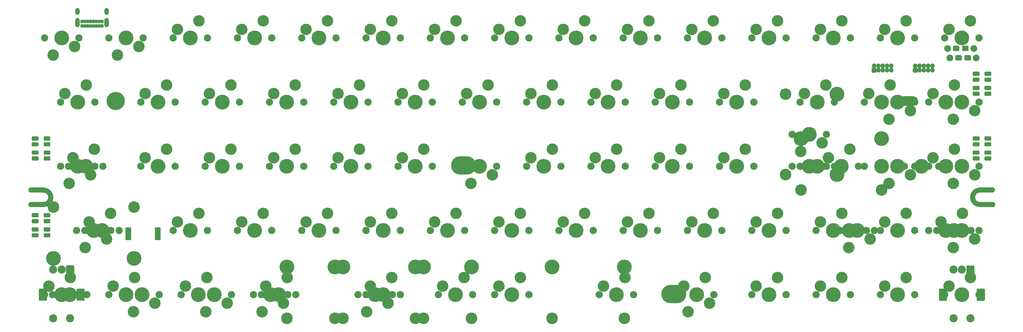
<source format=gbr>
G04 #@! TF.GenerationSoftware,KiCad,Pcbnew,(5.1.9-0-10_14)*
G04 #@! TF.CreationDate,2021-01-10T18:11:49+09:00*
G04 #@! TF.ProjectId,Jones,4a6f6e65-732e-46b6-9963-61645f706362,v.0.3.2*
G04 #@! TF.SameCoordinates,Original*
G04 #@! TF.FileFunction,Soldermask,Top*
G04 #@! TF.FilePolarity,Negative*
%FSLAX46Y46*%
G04 Gerber Fmt 4.6, Leading zero omitted, Abs format (unit mm)*
G04 Created by KiCad (PCBNEW (5.1.9-0-10_14)) date 2021-01-10 18:11:49*
%MOMM*%
%LPD*%
G01*
G04 APERTURE LIST*
%ADD10C,1.500000*%
%ADD11O,5.600000X2.800000*%
%ADD12C,1.400000*%
%ADD13O,7.400240X5.400000*%
%ADD14C,5.400000*%
%ADD15C,3.400000*%
%ADD16C,4.387800*%
%ADD17C,2.150000*%
%ADD18C,2.400000*%
%ADD19C,1.100000*%
%ADD20O,1.300000X2.800000*%
%ADD21O,1.300000X2.100000*%
%ADD22C,3.448000*%
%ADD23O,1.400000X1.400000*%
%ADD24C,2.000000*%
G04 APERTURE END LIST*
D10*
X28550000Y-79050000D02*
G75*
G03*
X26400000Y-76900000I-2150000J0D01*
G01*
X28550000Y-79050000D02*
G75*
G02*
X26400000Y-81200000I-2150000J0D01*
G01*
X301650000Y-79050000D02*
G75*
G02*
X303800000Y-76900000I2150000J0D01*
G01*
X301650000Y-79050000D02*
G75*
G03*
X303800000Y-81200000I2150000J0D01*
G01*
X22600000Y-76900000D02*
X26400000Y-76900000D01*
X22650000Y-81200000D02*
X26450000Y-81200000D01*
X307600000Y-81200000D02*
X303800000Y-81200000D01*
X307550000Y-76900000D02*
X303750000Y-76900000D01*
D11*
X282650000Y-50450000D03*
D12*
X24357965Y-81250000D03*
X24350000Y-76900000D03*
X27950000Y-77550000D03*
X26400000Y-81250000D03*
X26400000Y-76900000D03*
X28550000Y-79050000D03*
X152000000Y-71450000D03*
X149600000Y-71450000D03*
X150800000Y-71450000D03*
X149600000Y-67700000D03*
X152000000Y-67700000D03*
X150800000Y-67700000D03*
X214300000Y-109600000D03*
X211900000Y-109600000D03*
X211950000Y-105900000D03*
X214350000Y-105900000D03*
X213100000Y-109600000D03*
X213150000Y-105900000D03*
X49050000Y-51800000D03*
X46450000Y-51750000D03*
X49050000Y-49100000D03*
X46450000Y-49100000D03*
X47800000Y-52350000D03*
X49700000Y-50450000D03*
X45900000Y-50450000D03*
X47800000Y-48550000D03*
D13*
X213100000Y-107750000D03*
X150800000Y-69550000D03*
D14*
X47800000Y-50450000D03*
D12*
X27950000Y-80550000D03*
X302250000Y-77550000D03*
X301650000Y-79050000D03*
X303800000Y-81200000D03*
X303800000Y-76850000D03*
X302250000Y-80550000D03*
X305850000Y-81200000D03*
X305842035Y-76850000D03*
D15*
X139090000Y-64795200D03*
D16*
X136550000Y-69875200D03*
D15*
X132740000Y-67335200D03*
D17*
X131470000Y-69875200D03*
X141630000Y-69875200D03*
X265454840Y-31775040D03*
X255294840Y-31775040D03*
D15*
X256564840Y-29235040D03*
D16*
X260374840Y-31775040D03*
D15*
X262914840Y-26695040D03*
X281966080Y-26695080D03*
D16*
X279426080Y-31775080D03*
D15*
X275616080Y-29235080D03*
D17*
X274346080Y-31775080D03*
X284506080Y-31775080D03*
D15*
X120040000Y-64795200D03*
D16*
X117500000Y-69875200D03*
D15*
X113690000Y-67335200D03*
D17*
X112420000Y-69875200D03*
X122580000Y-69875200D03*
X65430000Y-50825120D03*
X55270000Y-50825120D03*
D15*
X56540000Y-48285120D03*
D16*
X60350000Y-50825120D03*
D15*
X62890000Y-45745120D03*
X62890000Y-64795200D03*
D16*
X60350000Y-69875200D03*
D15*
X56540000Y-67335200D03*
D17*
X55270000Y-69875200D03*
X65430000Y-69875200D03*
X179730640Y-69875200D03*
X169570640Y-69875200D03*
D15*
X170840640Y-67335200D03*
D16*
X174650640Y-69875200D03*
D15*
X177190640Y-64795200D03*
X39077500Y-45745120D03*
D16*
X36537500Y-50825120D03*
D15*
X32727500Y-48285120D03*
D17*
X31457500Y-50825120D03*
X41617500Y-50825120D03*
G36*
G01*
X299993580Y-99265550D02*
X301993580Y-99265550D01*
G75*
G02*
X302193580Y-99465550I0J-200000D01*
G01*
X302193580Y-101465550D01*
G75*
G02*
X301993580Y-101665550I-200000J0D01*
G01*
X299993580Y-101665550D01*
G75*
G02*
X299793580Y-101465550I0J200000D01*
G01*
X299793580Y-99465550D01*
G75*
G02*
X299993580Y-99265550I200000J0D01*
G01*
G37*
D18*
X298493580Y-100465550D03*
X295993580Y-100465550D03*
G36*
G01*
X303093580Y-106165550D02*
X305093580Y-106165550D01*
G75*
G02*
X305293580Y-106365550I0J-200000D01*
G01*
X305293580Y-109565550D01*
G75*
G02*
X305093580Y-109765550I-200000J0D01*
G01*
X303093580Y-109765550D01*
G75*
G02*
X302893580Y-109565550I0J200000D01*
G01*
X302893580Y-106365550D01*
G75*
G02*
X303093580Y-106165550I200000J0D01*
G01*
G37*
G36*
G01*
X291893580Y-106165550D02*
X293893580Y-106165550D01*
G75*
G02*
X294093580Y-106365550I0J-200000D01*
G01*
X294093580Y-109565550D01*
G75*
G02*
X293893580Y-109765550I-200000J0D01*
G01*
X291893580Y-109765550D01*
G75*
G02*
X291693580Y-109565550I0J200000D01*
G01*
X291693580Y-106365550D01*
G75*
G02*
X291893580Y-106165550I200000J0D01*
G01*
G37*
X300993580Y-114965550D03*
X295993580Y-114965550D03*
D17*
X45745000Y-31775040D03*
X55905000Y-31775040D03*
D15*
X54635000Y-34315040D03*
D16*
X50825000Y-31775040D03*
D15*
X48285000Y-36855040D03*
D17*
X26695000Y-31775040D03*
X36855000Y-31775040D03*
D15*
X35585000Y-34315040D03*
D16*
X31775000Y-31775040D03*
D15*
X29235000Y-36855040D03*
X72415000Y-83845280D03*
D16*
X69875000Y-88925280D03*
D15*
X66065000Y-86385280D03*
D17*
X64795000Y-88925280D03*
X74955000Y-88925280D03*
D15*
X72415000Y-26695040D03*
D16*
X69875000Y-31775040D03*
D15*
X66065000Y-29235040D03*
D17*
X64795000Y-31775040D03*
X74955000Y-31775040D03*
X84480000Y-50825120D03*
X74320000Y-50825120D03*
D15*
X75590000Y-48285120D03*
D16*
X79400000Y-50825120D03*
D15*
X81940000Y-45745120D03*
X81940000Y-64795200D03*
D16*
X79400000Y-69875200D03*
D15*
X75590000Y-67335200D03*
D17*
X74320000Y-69875200D03*
X84480000Y-69875200D03*
D15*
X91465000Y-83845280D03*
D16*
X88925000Y-88925280D03*
D15*
X85115000Y-86385280D03*
D17*
X83845000Y-88925280D03*
X94005000Y-88925280D03*
D15*
X91465000Y-26695040D03*
D16*
X88925000Y-31775040D03*
D15*
X85115000Y-29235040D03*
D17*
X83845000Y-31775040D03*
X94005000Y-31775040D03*
X103530000Y-50825120D03*
X93370000Y-50825120D03*
D15*
X94640000Y-48285120D03*
D16*
X98450000Y-50825120D03*
D15*
X100990000Y-45745120D03*
X100990000Y-64795200D03*
D16*
X98450000Y-69875200D03*
D15*
X94640000Y-67335200D03*
D17*
X93370000Y-69875200D03*
X103530000Y-69875200D03*
D15*
X110515000Y-83845280D03*
D16*
X107975000Y-88925280D03*
D15*
X104165000Y-86385280D03*
D17*
X102895000Y-88925280D03*
X113055000Y-88925280D03*
D15*
X110515000Y-26695040D03*
D16*
X107975000Y-31775040D03*
D15*
X104165000Y-29235040D03*
D17*
X102895000Y-31775040D03*
X113055000Y-31775040D03*
X122580000Y-50825120D03*
X112420000Y-50825120D03*
D15*
X113690000Y-48285120D03*
D16*
X117500000Y-50825120D03*
D15*
X120040000Y-45745120D03*
X129565000Y-83845280D03*
D16*
X127025000Y-88925280D03*
D15*
X123215000Y-86385280D03*
D17*
X121945000Y-88925280D03*
X132105000Y-88925280D03*
D15*
X129565000Y-26695040D03*
D16*
X127025000Y-31775040D03*
D15*
X123215000Y-29235040D03*
D17*
X121945000Y-31775040D03*
X132105000Y-31775040D03*
X141630000Y-50825120D03*
X131470000Y-50825120D03*
D15*
X132740000Y-48285120D03*
D16*
X136550000Y-50825120D03*
D15*
X139090000Y-45745120D03*
X148615000Y-83845280D03*
D16*
X146075000Y-88925280D03*
D15*
X142265000Y-86385280D03*
D17*
X140995000Y-88925280D03*
X151155000Y-88925280D03*
X151155000Y-31775040D03*
X140995000Y-31775040D03*
D15*
X142265000Y-29235040D03*
D16*
X146075000Y-31775040D03*
D15*
X148615000Y-26695040D03*
D17*
X217830800Y-50825160D03*
X207670800Y-50825160D03*
D15*
X208940800Y-48285160D03*
D16*
X212750800Y-50825160D03*
D15*
X215290800Y-45745160D03*
X215290800Y-64795240D03*
D16*
X212750800Y-69875240D03*
D15*
X208940800Y-67335240D03*
D17*
X207670800Y-69875240D03*
X217830800Y-69875240D03*
D15*
X224815840Y-83845320D03*
D16*
X222275840Y-88925320D03*
D15*
X218465840Y-86385320D03*
D17*
X217195840Y-88925320D03*
X227355840Y-88925320D03*
X236880880Y-50825160D03*
X226720880Y-50825160D03*
D15*
X227990880Y-48285160D03*
D16*
X231800880Y-50825160D03*
D15*
X234340880Y-45745160D03*
D17*
X236880880Y-69875240D03*
X226720880Y-69875240D03*
D15*
X227990880Y-67335240D03*
D16*
X231800880Y-69875240D03*
D15*
X234340880Y-64795240D03*
X243865920Y-83845320D03*
D16*
X241325920Y-88925320D03*
D15*
X237515920Y-86385320D03*
D17*
X236245920Y-88925320D03*
X246405920Y-88925320D03*
X303556160Y-31775080D03*
X293396160Y-31775080D03*
D15*
X294666160Y-29235080D03*
D16*
X298476160Y-31775080D03*
D15*
X301016160Y-26695080D03*
D17*
X160680560Y-50825120D03*
X150520560Y-50825120D03*
D15*
X151790560Y-48285120D03*
D16*
X155600560Y-50825120D03*
D15*
X158140560Y-45745120D03*
X167665600Y-83845280D03*
D16*
X165125600Y-88925280D03*
D15*
X161315600Y-86385280D03*
D17*
X160045600Y-88925280D03*
X170205600Y-88925280D03*
D15*
X167665600Y-26695080D03*
D16*
X165125600Y-31775080D03*
D15*
X161315600Y-29235080D03*
D17*
X160045600Y-31775080D03*
X170205600Y-31775080D03*
X179730640Y-50825160D03*
X169570640Y-50825160D03*
D15*
X170840640Y-48285160D03*
D16*
X174650640Y-50825160D03*
D15*
X177190640Y-45745160D03*
X186715680Y-83845280D03*
D16*
X184175680Y-88925280D03*
D15*
X180365680Y-86385280D03*
D17*
X179095680Y-88925280D03*
X189255680Y-88925280D03*
X189255680Y-31775040D03*
X179095680Y-31775040D03*
D15*
X180365680Y-29235040D03*
D16*
X184175680Y-31775040D03*
D15*
X186715680Y-26695040D03*
D17*
X198780720Y-50825160D03*
X188620720Y-50825160D03*
D15*
X189890720Y-48285160D03*
D16*
X193700720Y-50825160D03*
D15*
X196240720Y-45745160D03*
D17*
X198780720Y-69875240D03*
X188620720Y-69875240D03*
D15*
X189890720Y-67335240D03*
D16*
X193700720Y-69875240D03*
D15*
X196240720Y-64795240D03*
X205765760Y-26695040D03*
D16*
X203225760Y-31775040D03*
D15*
X199415760Y-29235040D03*
D17*
X198145760Y-31775040D03*
X208305760Y-31775040D03*
X227354840Y-31775040D03*
X217194840Y-31775040D03*
D15*
X218464840Y-29235040D03*
D16*
X222274840Y-31775040D03*
D15*
X224814840Y-26695040D03*
X243864840Y-26695040D03*
D16*
X241324840Y-31775040D03*
D15*
X237514840Y-29235040D03*
D17*
X236244840Y-31775040D03*
X246404840Y-31775040D03*
X284506080Y-88925320D03*
X274346080Y-88925320D03*
D15*
X275616080Y-86385320D03*
D16*
X279426080Y-88925320D03*
D15*
X281966080Y-83845320D03*
D17*
X293396160Y-88925320D03*
X303556160Y-88925320D03*
D15*
X302286160Y-91465320D03*
D16*
X298476160Y-88925320D03*
D15*
X295936160Y-94005320D03*
X281966080Y-102895360D03*
D16*
X279426080Y-107975360D03*
D15*
X275616080Y-105435360D03*
D17*
X274346080Y-107975360D03*
X284506080Y-107975360D03*
D15*
X205765760Y-83845320D03*
D16*
X203225760Y-88925320D03*
D15*
X199415760Y-86385320D03*
D17*
X198145760Y-88925320D03*
X208305760Y-88925320D03*
X31457500Y-69875200D03*
X41617500Y-69875200D03*
D15*
X40347500Y-72415200D03*
D16*
X36537500Y-69875200D03*
D15*
X33997500Y-74955200D03*
X258153480Y-45745160D03*
D16*
X255613480Y-50825160D03*
D15*
X251803480Y-48285160D03*
D17*
X250533480Y-50825160D03*
X260693480Y-50825160D03*
D15*
X262916000Y-102895360D03*
D16*
X260376000Y-107975360D03*
D15*
X256566000Y-105435360D03*
D17*
X255296000Y-107975360D03*
X265456000Y-107975360D03*
G36*
G01*
X50650000Y-91550040D02*
X50650000Y-88150040D01*
G75*
G02*
X50850000Y-87950040I200000J0D01*
G01*
X52150000Y-87950040D01*
G75*
G02*
X52350000Y-88150040I0J-200000D01*
G01*
X52350000Y-91550040D01*
G75*
G02*
X52150000Y-91750040I-200000J0D01*
G01*
X50850000Y-91750040D01*
G75*
G02*
X50650000Y-91550040I0J200000D01*
G01*
G37*
G36*
G01*
X59350000Y-91550040D02*
X59350000Y-88150040D01*
G75*
G02*
X59550000Y-87950040I200000J0D01*
G01*
X60850000Y-87950040D01*
G75*
G02*
X61050000Y-88150040I0J-200000D01*
G01*
X61050000Y-91550040D01*
G75*
G02*
X60850000Y-91750040I-200000J0D01*
G01*
X59550000Y-91750040D01*
G75*
G02*
X59350000Y-91550040I0J200000D01*
G01*
G37*
X298793640Y-50825160D03*
X288633640Y-50825160D03*
D15*
X289903640Y-48285160D03*
D16*
X293713640Y-50825160D03*
D15*
X296253640Y-45745160D03*
G36*
G01*
X33271347Y-99252828D02*
X35271347Y-99252828D01*
G75*
G02*
X35471347Y-99452828I0J-200000D01*
G01*
X35471347Y-101452828D01*
G75*
G02*
X35271347Y-101652828I-200000J0D01*
G01*
X33271347Y-101652828D01*
G75*
G02*
X33071347Y-101452828I0J200000D01*
G01*
X33071347Y-99452828D01*
G75*
G02*
X33271347Y-99252828I200000J0D01*
G01*
G37*
D18*
X31771347Y-100452828D03*
X29271347Y-100452828D03*
G36*
G01*
X36371347Y-106152828D02*
X38371347Y-106152828D01*
G75*
G02*
X38571347Y-106352828I0J-200000D01*
G01*
X38571347Y-109552828D01*
G75*
G02*
X38371347Y-109752828I-200000J0D01*
G01*
X36371347Y-109752828D01*
G75*
G02*
X36171347Y-109552828I0J200000D01*
G01*
X36171347Y-106352828D01*
G75*
G02*
X36371347Y-106152828I200000J0D01*
G01*
G37*
G36*
G01*
X25171347Y-106152828D02*
X27171347Y-106152828D01*
G75*
G02*
X27371347Y-106352828I0J-200000D01*
G01*
X27371347Y-109552828D01*
G75*
G02*
X27171347Y-109752828I-200000J0D01*
G01*
X25171347Y-109752828D01*
G75*
G02*
X24971347Y-109552828I0J200000D01*
G01*
X24971347Y-106352828D01*
G75*
G02*
X25171347Y-106152828I200000J0D01*
G01*
G37*
X34271347Y-114952828D03*
X29271347Y-114952828D03*
D19*
X37801552Y-28187233D03*
X38651552Y-28187233D03*
X39501552Y-28187233D03*
X40351552Y-28187233D03*
X41201552Y-28187233D03*
X42051552Y-28187233D03*
X42901552Y-28187233D03*
X43751552Y-28187233D03*
X38651552Y-26837233D03*
X40351552Y-26837233D03*
X39501552Y-26837233D03*
X37801552Y-26837233D03*
X42051552Y-26837233D03*
X42901552Y-26837233D03*
X43751552Y-26837233D03*
X41201552Y-26837233D03*
D20*
X36451552Y-27207233D03*
X45101552Y-27207233D03*
D21*
X36451552Y-23827233D03*
X45101552Y-23827233D03*
D17*
X298793640Y-69875240D03*
X288633640Y-69875240D03*
D15*
X289903640Y-67335240D03*
D16*
X293713640Y-69875240D03*
D15*
X296253640Y-64795240D03*
X277203560Y-45745160D03*
D16*
X274663560Y-50825160D03*
D15*
X270853560Y-48285160D03*
D17*
X269583560Y-50825160D03*
X279743560Y-50825160D03*
X293396160Y-50825160D03*
X303556160Y-50825160D03*
D15*
X302286160Y-53365160D03*
D16*
X298476160Y-50825160D03*
D15*
X295936160Y-55905160D03*
D17*
X293396160Y-69875240D03*
X303556160Y-69875240D03*
D15*
X302286160Y-72415240D03*
D16*
X298476160Y-69875240D03*
D15*
X295936160Y-74955240D03*
D17*
X101149060Y-107975400D03*
X90989060Y-107975400D03*
D15*
X92259060Y-105435400D03*
D16*
X96069060Y-107975400D03*
D15*
X98609060Y-102895400D03*
X41458820Y-64795240D03*
D16*
X38918820Y-69875240D03*
D15*
X35108820Y-67335240D03*
D17*
X33838820Y-69875240D03*
X43998820Y-69875240D03*
X250533480Y-69875240D03*
X260693480Y-69875240D03*
D16*
X255613480Y-69875240D03*
X293713640Y-88925320D03*
D17*
X298793640Y-88925320D03*
X288633640Y-88925320D03*
X281489860Y-69875240D03*
X291649860Y-69875240D03*
D16*
X286569860Y-69875240D03*
D17*
X71938980Y-107975400D03*
X82098980Y-107975400D03*
D15*
X80828980Y-110515400D03*
D16*
X77018980Y-107975400D03*
D15*
X74478980Y-113055400D03*
D17*
X50507640Y-107975400D03*
X60667640Y-107975400D03*
D15*
X59397640Y-110515400D03*
D16*
X55587640Y-107975400D03*
D15*
X53047640Y-113055400D03*
D17*
X77336460Y-107975400D03*
X67176460Y-107975400D03*
D15*
X68446460Y-105435400D03*
D16*
X72256460Y-107975400D03*
D15*
X74796460Y-102895400D03*
X46221340Y-83845320D03*
D16*
X43681340Y-88925320D03*
D15*
X39871340Y-86385320D03*
D17*
X38601340Y-88925320D03*
X48761340Y-88925320D03*
D15*
X243865920Y-102895400D03*
D16*
X241325920Y-107975400D03*
D15*
X237515920Y-105435400D03*
D17*
X236245920Y-107975400D03*
X246405920Y-107975400D03*
X88607800Y-107975400D03*
X98767800Y-107975400D03*
D15*
X97497800Y-110515400D03*
D16*
X93687800Y-107975400D03*
D15*
X91147800Y-113055400D03*
X198621980Y-102895400D03*
D16*
X196081980Y-107975400D03*
D15*
X192271980Y-105435400D03*
D17*
X191001980Y-107975400D03*
X201161980Y-107975400D03*
D15*
X222434580Y-102895400D03*
D16*
X219894580Y-107975400D03*
D15*
X216084580Y-105435400D03*
D17*
X214814580Y-107975400D03*
X224974580Y-107975400D03*
X270218520Y-88925320D03*
X260058520Y-88925320D03*
D16*
X265138520Y-88925320D03*
D15*
X264979780Y-94005320D03*
D16*
X267519780Y-88925320D03*
D15*
X271329780Y-91465320D03*
D17*
X272599780Y-88925320D03*
X262439780Y-88925320D03*
D15*
X262916000Y-83845320D03*
D16*
X260376000Y-88925320D03*
D15*
X256566000Y-86385320D03*
D17*
X255296000Y-88925320D03*
X265456000Y-88925320D03*
D15*
X167665600Y-102895400D03*
D16*
X165125600Y-107975400D03*
D15*
X161315600Y-105435400D03*
D17*
X160045600Y-107975400D03*
X170205600Y-107975400D03*
D22*
X177063600Y-114960400D03*
X153187600Y-114960400D03*
D16*
X177063600Y-99720400D03*
X153187600Y-99720400D03*
D15*
X150996780Y-102895400D03*
D16*
X148456780Y-107975400D03*
D15*
X144646780Y-105435400D03*
D17*
X143376780Y-107975400D03*
X153536780Y-107975400D03*
D22*
X198456680Y-114960400D03*
X98456880Y-114960400D03*
D16*
X198456680Y-99720400D03*
X98456880Y-99720400D03*
D15*
X53365120Y-102895400D03*
D16*
X50825120Y-107975400D03*
D15*
X47015120Y-105435400D03*
D17*
X45745120Y-107975400D03*
X55905120Y-107975400D03*
D15*
X38760080Y-94005320D03*
D16*
X41300080Y-88925320D03*
D15*
X45110080Y-91465320D03*
D17*
X46380080Y-88925320D03*
X36220080Y-88925320D03*
D22*
X29362080Y-81940320D03*
X53238080Y-81940320D03*
D16*
X29362080Y-97180320D03*
X53238080Y-97180320D03*
D17*
X29076300Y-107975400D03*
X39236300Y-107975400D03*
D16*
X34156300Y-107975400D03*
D15*
X122104180Y-113055400D03*
D16*
X124644180Y-107975400D03*
D15*
X128454180Y-110515400D03*
D17*
X129724180Y-107975400D03*
X119564180Y-107975400D03*
D22*
X112706180Y-114960400D03*
X136582180Y-114960400D03*
D16*
X112706180Y-99720400D03*
X136582180Y-99720400D03*
D15*
X129565440Y-102895400D03*
D16*
X127025440Y-107975400D03*
D15*
X123215440Y-105435400D03*
D17*
X121945440Y-107975400D03*
X132105440Y-107975400D03*
D22*
X138963440Y-114960400D03*
X115087440Y-114960400D03*
D16*
X138963440Y-99720400D03*
X115087440Y-99720400D03*
D15*
X250692220Y-65430200D03*
D16*
X253232220Y-60350200D03*
D15*
X257042220Y-62890200D03*
D17*
X258312220Y-60350200D03*
X248152220Y-60350200D03*
D15*
X153060560Y-74955240D03*
D16*
X155600560Y-69875240D03*
D15*
X159410560Y-72415240D03*
D17*
X160680560Y-69875240D03*
X150520560Y-69875240D03*
X160680560Y-69875240D03*
X150520560Y-69875240D03*
D16*
X155600560Y-69875240D03*
D15*
X265297260Y-64795240D03*
D16*
X262757260Y-69875240D03*
D15*
X258947260Y-67335240D03*
D17*
X257677260Y-69875240D03*
X267837260Y-69875240D03*
D22*
X274695260Y-76860240D03*
X250819260Y-76860240D03*
D16*
X274695260Y-61620240D03*
X250819260Y-61620240D03*
D15*
X298634900Y-83845320D03*
D16*
X296094900Y-88925320D03*
D15*
X292284900Y-86385320D03*
D17*
X291014900Y-88925320D03*
X301174900Y-88925320D03*
D15*
X217354580Y-113055400D03*
D16*
X219894580Y-107975400D03*
D15*
X223704580Y-110515400D03*
D17*
X224974580Y-107975400D03*
X214814580Y-107975400D03*
D16*
X274663560Y-69875240D03*
D17*
X269583560Y-69875240D03*
X279743560Y-69875240D03*
D15*
X276886080Y-74955240D03*
D16*
X279426080Y-69875240D03*
D15*
X283236080Y-72415240D03*
D17*
X284506080Y-69875240D03*
X274346080Y-69875240D03*
X248152220Y-69875240D03*
X258312220Y-69875240D03*
D16*
X253232220Y-69875240D03*
D22*
X246247220Y-48412200D03*
X246247220Y-72288200D03*
D16*
X261487220Y-48412200D03*
X261487220Y-72288200D03*
G36*
G01*
X272950000Y-42050000D02*
X271950000Y-42050000D01*
G75*
G02*
X271750000Y-41850000I0J200000D01*
G01*
X271750000Y-40850000D01*
G75*
G02*
X271950000Y-40650000I200000J0D01*
G01*
X272950000Y-40650000D01*
G75*
G02*
X273150000Y-40850000I0J-200000D01*
G01*
X273150000Y-41850000D01*
G75*
G02*
X272950000Y-42050000I-200000J0D01*
G01*
G37*
D23*
X272450000Y-40080000D03*
X273720000Y-41350000D03*
X273720000Y-40080000D03*
X274990000Y-41350000D03*
X274990000Y-40080000D03*
X276260000Y-41350000D03*
X276260000Y-40080000D03*
X277530000Y-41350000D03*
X277530000Y-40080000D03*
X289730000Y-40080000D03*
X289730000Y-41350000D03*
X288460000Y-40080000D03*
X288460000Y-41350000D03*
X287190000Y-40080000D03*
X287190000Y-41350000D03*
X285920000Y-40080000D03*
X285920000Y-41350000D03*
X284650000Y-40080000D03*
G36*
G01*
X285150000Y-42050000D02*
X284150000Y-42050000D01*
G75*
G02*
X283950000Y-41850000I0J200000D01*
G01*
X283950000Y-40850000D01*
G75*
G02*
X284150000Y-40650000I200000J0D01*
G01*
X285150000Y-40650000D01*
G75*
G02*
X285350000Y-40850000I0J-200000D01*
G01*
X285350000Y-41850000D01*
G75*
G02*
X285150000Y-42050000I-200000J0D01*
G01*
G37*
G36*
G01*
X296550000Y-38250040D02*
X296550000Y-37050040D01*
G75*
G02*
X296750000Y-36850040I200000J0D01*
G01*
X298250000Y-36850040D01*
G75*
G02*
X298450000Y-37050040I0J-200000D01*
G01*
X298450000Y-38250040D01*
G75*
G02*
X298250000Y-38450040I-200000J0D01*
G01*
X296750000Y-38450040D01*
G75*
G02*
X296550000Y-38250040I0J200000D01*
G01*
G37*
G36*
G01*
X299250000Y-38250040D02*
X299250000Y-37050040D01*
G75*
G02*
X299450000Y-36850040I200000J0D01*
G01*
X300950000Y-36850040D01*
G75*
G02*
X301150000Y-37050040I0J-200000D01*
G01*
X301150000Y-38250040D01*
G75*
G02*
X300950000Y-38450040I-200000J0D01*
G01*
X299450000Y-38450040D01*
G75*
G02*
X299250000Y-38250040I0J200000D01*
G01*
G37*
D24*
X294950000Y-37650040D03*
X302750000Y-37650040D03*
X302050000Y-34850040D03*
X294250000Y-34850040D03*
G36*
G01*
X298550000Y-35450040D02*
X298550000Y-34250040D01*
G75*
G02*
X298750000Y-34050040I200000J0D01*
G01*
X300250000Y-34050040D01*
G75*
G02*
X300450000Y-34250040I0J-200000D01*
G01*
X300450000Y-35450040D01*
G75*
G02*
X300250000Y-35650040I-200000J0D01*
G01*
X298750000Y-35650040D01*
G75*
G02*
X298550000Y-35450040I0J200000D01*
G01*
G37*
G36*
G01*
X295850000Y-35450040D02*
X295850000Y-34250040D01*
G75*
G02*
X296050000Y-34050040I200000J0D01*
G01*
X297550000Y-34050040D01*
G75*
G02*
X297750000Y-34250040I0J-200000D01*
G01*
X297750000Y-35450040D01*
G75*
G02*
X297550000Y-35650040I-200000J0D01*
G01*
X296050000Y-35650040D01*
G75*
G02*
X295850000Y-35450040I0J200000D01*
G01*
G37*
D17*
X55905000Y-31775040D03*
X45745000Y-31775040D03*
D16*
X50825000Y-31775040D03*
D17*
X36855040Y-31775080D03*
X26695040Y-31775080D03*
D16*
X31775040Y-31775080D03*
G36*
G01*
X24900000Y-61150040D02*
X24900000Y-62000040D01*
G75*
G02*
X24700000Y-62200040I-200000J0D01*
G01*
X23100000Y-62200040D01*
G75*
G02*
X22900000Y-62000040I0J200000D01*
G01*
X22900000Y-61150040D01*
G75*
G02*
X23100000Y-60950040I200000J0D01*
G01*
X24700000Y-60950040D01*
G75*
G02*
X24900000Y-61150040I0J-200000D01*
G01*
G37*
G36*
G01*
X24900000Y-62900040D02*
X24900000Y-63750040D01*
G75*
G02*
X24700000Y-63950040I-200000J0D01*
G01*
X23100000Y-63950040D01*
G75*
G02*
X22900000Y-63750040I0J200000D01*
G01*
X22900000Y-62900040D01*
G75*
G02*
X23100000Y-62700040I200000J0D01*
G01*
X24700000Y-62700040D01*
G75*
G02*
X24900000Y-62900040I0J-200000D01*
G01*
G37*
G36*
G01*
X28400000Y-61150040D02*
X28400000Y-62000040D01*
G75*
G02*
X28200000Y-62200040I-200000J0D01*
G01*
X26600000Y-62200040D01*
G75*
G02*
X26400000Y-62000040I0J200000D01*
G01*
X26400000Y-61150040D01*
G75*
G02*
X26600000Y-60950040I200000J0D01*
G01*
X28200000Y-60950040D01*
G75*
G02*
X28400000Y-61150040I0J-200000D01*
G01*
G37*
G36*
G01*
X28400000Y-62900040D02*
X28400000Y-63750040D01*
G75*
G02*
X28200000Y-63950040I-200000J0D01*
G01*
X26600000Y-63950040D01*
G75*
G02*
X26400000Y-63750040I0J200000D01*
G01*
X26400000Y-62900040D01*
G75*
G02*
X26600000Y-62700040I200000J0D01*
G01*
X28200000Y-62700040D01*
G75*
G02*
X28400000Y-62900040I0J-200000D01*
G01*
G37*
G36*
G01*
X28400000Y-67100040D02*
X28400000Y-67950040D01*
G75*
G02*
X28200000Y-68150040I-200000J0D01*
G01*
X26600000Y-68150040D01*
G75*
G02*
X26400000Y-67950040I0J200000D01*
G01*
X26400000Y-67100040D01*
G75*
G02*
X26600000Y-66900040I200000J0D01*
G01*
X28200000Y-66900040D01*
G75*
G02*
X28400000Y-67100040I0J-200000D01*
G01*
G37*
G36*
G01*
X28400000Y-65350040D02*
X28400000Y-66200040D01*
G75*
G02*
X28200000Y-66400040I-200000J0D01*
G01*
X26600000Y-66400040D01*
G75*
G02*
X26400000Y-66200040I0J200000D01*
G01*
X26400000Y-65350040D01*
G75*
G02*
X26600000Y-65150040I200000J0D01*
G01*
X28200000Y-65150040D01*
G75*
G02*
X28400000Y-65350040I0J-200000D01*
G01*
G37*
G36*
G01*
X24900000Y-67100040D02*
X24900000Y-67950040D01*
G75*
G02*
X24700000Y-68150040I-200000J0D01*
G01*
X23100000Y-68150040D01*
G75*
G02*
X22900000Y-67950040I0J200000D01*
G01*
X22900000Y-67100040D01*
G75*
G02*
X23100000Y-66900040I200000J0D01*
G01*
X24700000Y-66900040D01*
G75*
G02*
X24900000Y-67100040I0J-200000D01*
G01*
G37*
G36*
G01*
X24900000Y-65350040D02*
X24900000Y-66200040D01*
G75*
G02*
X24700000Y-66400040I-200000J0D01*
G01*
X23100000Y-66400040D01*
G75*
G02*
X22900000Y-66200040I0J200000D01*
G01*
X22900000Y-65350040D01*
G75*
G02*
X23100000Y-65150040I200000J0D01*
G01*
X24700000Y-65150040D01*
G75*
G02*
X24900000Y-65350040I0J-200000D01*
G01*
G37*
G36*
G01*
X24900000Y-83950040D02*
X24900000Y-84800040D01*
G75*
G02*
X24700000Y-85000040I-200000J0D01*
G01*
X23100000Y-85000040D01*
G75*
G02*
X22900000Y-84800040I0J200000D01*
G01*
X22900000Y-83950040D01*
G75*
G02*
X23100000Y-83750040I200000J0D01*
G01*
X24700000Y-83750040D01*
G75*
G02*
X24900000Y-83950040I0J-200000D01*
G01*
G37*
G36*
G01*
X24900000Y-85700040D02*
X24900000Y-86550040D01*
G75*
G02*
X24700000Y-86750040I-200000J0D01*
G01*
X23100000Y-86750040D01*
G75*
G02*
X22900000Y-86550040I0J200000D01*
G01*
X22900000Y-85700040D01*
G75*
G02*
X23100000Y-85500040I200000J0D01*
G01*
X24700000Y-85500040D01*
G75*
G02*
X24900000Y-85700040I0J-200000D01*
G01*
G37*
G36*
G01*
X28400000Y-83950040D02*
X28400000Y-84800040D01*
G75*
G02*
X28200000Y-85000040I-200000J0D01*
G01*
X26600000Y-85000040D01*
G75*
G02*
X26400000Y-84800040I0J200000D01*
G01*
X26400000Y-83950040D01*
G75*
G02*
X26600000Y-83750040I200000J0D01*
G01*
X28200000Y-83750040D01*
G75*
G02*
X28400000Y-83950040I0J-200000D01*
G01*
G37*
G36*
G01*
X28400000Y-85700040D02*
X28400000Y-86550040D01*
G75*
G02*
X28200000Y-86750040I-200000J0D01*
G01*
X26600000Y-86750040D01*
G75*
G02*
X26400000Y-86550040I0J200000D01*
G01*
X26400000Y-85700040D01*
G75*
G02*
X26600000Y-85500040I200000J0D01*
G01*
X28200000Y-85500040D01*
G75*
G02*
X28400000Y-85700040I0J-200000D01*
G01*
G37*
G36*
G01*
X28400000Y-89900040D02*
X28400000Y-90750040D01*
G75*
G02*
X28200000Y-90950040I-200000J0D01*
G01*
X26600000Y-90950040D01*
G75*
G02*
X26400000Y-90750040I0J200000D01*
G01*
X26400000Y-89900040D01*
G75*
G02*
X26600000Y-89700040I200000J0D01*
G01*
X28200000Y-89700040D01*
G75*
G02*
X28400000Y-89900040I0J-200000D01*
G01*
G37*
G36*
G01*
X28400000Y-88150040D02*
X28400000Y-89000040D01*
G75*
G02*
X28200000Y-89200040I-200000J0D01*
G01*
X26600000Y-89200040D01*
G75*
G02*
X26400000Y-89000040I0J200000D01*
G01*
X26400000Y-88150040D01*
G75*
G02*
X26600000Y-87950040I200000J0D01*
G01*
X28200000Y-87950040D01*
G75*
G02*
X28400000Y-88150040I0J-200000D01*
G01*
G37*
G36*
G01*
X24900000Y-89900040D02*
X24900000Y-90750040D01*
G75*
G02*
X24700000Y-90950040I-200000J0D01*
G01*
X23100000Y-90950040D01*
G75*
G02*
X22900000Y-90750040I0J200000D01*
G01*
X22900000Y-89900040D01*
G75*
G02*
X23100000Y-89700040I200000J0D01*
G01*
X24700000Y-89700040D01*
G75*
G02*
X24900000Y-89900040I0J-200000D01*
G01*
G37*
G36*
G01*
X24900000Y-88150040D02*
X24900000Y-89000040D01*
G75*
G02*
X24700000Y-89200040I-200000J0D01*
G01*
X23100000Y-89200040D01*
G75*
G02*
X22900000Y-89000040I0J200000D01*
G01*
X22900000Y-88150040D01*
G75*
G02*
X23100000Y-87950040I200000J0D01*
G01*
X24700000Y-87950040D01*
G75*
G02*
X24900000Y-88150040I0J-200000D01*
G01*
G37*
G36*
G01*
X307200000Y-43700040D02*
X307200000Y-44550040D01*
G75*
G02*
X307000000Y-44750040I-200000J0D01*
G01*
X305400000Y-44750040D01*
G75*
G02*
X305200000Y-44550040I0J200000D01*
G01*
X305200000Y-43700040D01*
G75*
G02*
X305400000Y-43500040I200000J0D01*
G01*
X307000000Y-43500040D01*
G75*
G02*
X307200000Y-43700040I0J-200000D01*
G01*
G37*
G36*
G01*
X307200000Y-41950040D02*
X307200000Y-42800040D01*
G75*
G02*
X307000000Y-43000040I-200000J0D01*
G01*
X305400000Y-43000040D01*
G75*
G02*
X305200000Y-42800040I0J200000D01*
G01*
X305200000Y-41950040D01*
G75*
G02*
X305400000Y-41750040I200000J0D01*
G01*
X307000000Y-41750040D01*
G75*
G02*
X307200000Y-41950040I0J-200000D01*
G01*
G37*
G36*
G01*
X303700000Y-43700040D02*
X303700000Y-44550040D01*
G75*
G02*
X303500000Y-44750040I-200000J0D01*
G01*
X301900000Y-44750040D01*
G75*
G02*
X301700000Y-44550040I0J200000D01*
G01*
X301700000Y-43700040D01*
G75*
G02*
X301900000Y-43500040I200000J0D01*
G01*
X303500000Y-43500040D01*
G75*
G02*
X303700000Y-43700040I0J-200000D01*
G01*
G37*
G36*
G01*
X303700000Y-41950040D02*
X303700000Y-42800040D01*
G75*
G02*
X303500000Y-43000040I-200000J0D01*
G01*
X301900000Y-43000040D01*
G75*
G02*
X301700000Y-42800040I0J200000D01*
G01*
X301700000Y-41950040D01*
G75*
G02*
X301900000Y-41750040I200000J0D01*
G01*
X303500000Y-41750040D01*
G75*
G02*
X303700000Y-41950040I0J-200000D01*
G01*
G37*
G36*
G01*
X303700000Y-46150040D02*
X303700000Y-47000040D01*
G75*
G02*
X303500000Y-47200040I-200000J0D01*
G01*
X301900000Y-47200040D01*
G75*
G02*
X301700000Y-47000040I0J200000D01*
G01*
X301700000Y-46150040D01*
G75*
G02*
X301900000Y-45950040I200000J0D01*
G01*
X303500000Y-45950040D01*
G75*
G02*
X303700000Y-46150040I0J-200000D01*
G01*
G37*
G36*
G01*
X303700000Y-47900040D02*
X303700000Y-48750040D01*
G75*
G02*
X303500000Y-48950040I-200000J0D01*
G01*
X301900000Y-48950040D01*
G75*
G02*
X301700000Y-48750040I0J200000D01*
G01*
X301700000Y-47900040D01*
G75*
G02*
X301900000Y-47700040I200000J0D01*
G01*
X303500000Y-47700040D01*
G75*
G02*
X303700000Y-47900040I0J-200000D01*
G01*
G37*
G36*
G01*
X307200000Y-46150040D02*
X307200000Y-47000040D01*
G75*
G02*
X307000000Y-47200040I-200000J0D01*
G01*
X305400000Y-47200040D01*
G75*
G02*
X305200000Y-47000040I0J200000D01*
G01*
X305200000Y-46150040D01*
G75*
G02*
X305400000Y-45950040I200000J0D01*
G01*
X307000000Y-45950040D01*
G75*
G02*
X307200000Y-46150040I0J-200000D01*
G01*
G37*
G36*
G01*
X307200000Y-47900040D02*
X307200000Y-48750040D01*
G75*
G02*
X307000000Y-48950040I-200000J0D01*
G01*
X305400000Y-48950040D01*
G75*
G02*
X305200000Y-48750040I0J200000D01*
G01*
X305200000Y-47900040D01*
G75*
G02*
X305400000Y-47700040I200000J0D01*
G01*
X307000000Y-47700040D01*
G75*
G02*
X307200000Y-47900040I0J-200000D01*
G01*
G37*
G36*
G01*
X303700000Y-61150040D02*
X303700000Y-62000040D01*
G75*
G02*
X303500000Y-62200040I-200000J0D01*
G01*
X301900000Y-62200040D01*
G75*
G02*
X301700000Y-62000040I0J200000D01*
G01*
X301700000Y-61150040D01*
G75*
G02*
X301900000Y-60950040I200000J0D01*
G01*
X303500000Y-60950040D01*
G75*
G02*
X303700000Y-61150040I0J-200000D01*
G01*
G37*
G36*
G01*
X303700000Y-62900040D02*
X303700000Y-63750040D01*
G75*
G02*
X303500000Y-63950040I-200000J0D01*
G01*
X301900000Y-63950040D01*
G75*
G02*
X301700000Y-63750040I0J200000D01*
G01*
X301700000Y-62900040D01*
G75*
G02*
X301900000Y-62700040I200000J0D01*
G01*
X303500000Y-62700040D01*
G75*
G02*
X303700000Y-62900040I0J-200000D01*
G01*
G37*
G36*
G01*
X307200000Y-61150040D02*
X307200000Y-62000040D01*
G75*
G02*
X307000000Y-62200040I-200000J0D01*
G01*
X305400000Y-62200040D01*
G75*
G02*
X305200000Y-62000040I0J200000D01*
G01*
X305200000Y-61150040D01*
G75*
G02*
X305400000Y-60950040I200000J0D01*
G01*
X307000000Y-60950040D01*
G75*
G02*
X307200000Y-61150040I0J-200000D01*
G01*
G37*
G36*
G01*
X307200000Y-62900040D02*
X307200000Y-63750040D01*
G75*
G02*
X307000000Y-63950040I-200000J0D01*
G01*
X305400000Y-63950040D01*
G75*
G02*
X305200000Y-63750040I0J200000D01*
G01*
X305200000Y-62900040D01*
G75*
G02*
X305400000Y-62700040I200000J0D01*
G01*
X307000000Y-62700040D01*
G75*
G02*
X307200000Y-62900040I0J-200000D01*
G01*
G37*
G36*
G01*
X307200000Y-67100040D02*
X307200000Y-67950040D01*
G75*
G02*
X307000000Y-68150040I-200000J0D01*
G01*
X305400000Y-68150040D01*
G75*
G02*
X305200000Y-67950040I0J200000D01*
G01*
X305200000Y-67100040D01*
G75*
G02*
X305400000Y-66900040I200000J0D01*
G01*
X307000000Y-66900040D01*
G75*
G02*
X307200000Y-67100040I0J-200000D01*
G01*
G37*
G36*
G01*
X307200000Y-65350040D02*
X307200000Y-66200040D01*
G75*
G02*
X307000000Y-66400040I-200000J0D01*
G01*
X305400000Y-66400040D01*
G75*
G02*
X305200000Y-66200040I0J200000D01*
G01*
X305200000Y-65350040D01*
G75*
G02*
X305400000Y-65150040I200000J0D01*
G01*
X307000000Y-65150040D01*
G75*
G02*
X307200000Y-65350040I0J-200000D01*
G01*
G37*
G36*
G01*
X303700000Y-67100040D02*
X303700000Y-67950040D01*
G75*
G02*
X303500000Y-68150040I-200000J0D01*
G01*
X301900000Y-68150040D01*
G75*
G02*
X301700000Y-67950040I0J200000D01*
G01*
X301700000Y-67100040D01*
G75*
G02*
X301900000Y-66900040I200000J0D01*
G01*
X303500000Y-66900040D01*
G75*
G02*
X303700000Y-67100040I0J-200000D01*
G01*
G37*
G36*
G01*
X303700000Y-65350040D02*
X303700000Y-66200040D01*
G75*
G02*
X303500000Y-66400040I-200000J0D01*
G01*
X301900000Y-66400040D01*
G75*
G02*
X301700000Y-66200040I0J200000D01*
G01*
X301700000Y-65350040D01*
G75*
G02*
X301900000Y-65150040I200000J0D01*
G01*
X303500000Y-65150040D01*
G75*
G02*
X303700000Y-65350040I0J-200000D01*
G01*
G37*
D15*
X301016160Y-102895400D03*
D16*
X298476160Y-107975400D03*
D15*
X294666160Y-105435400D03*
D17*
X293396160Y-107975400D03*
X303556160Y-107975400D03*
D15*
X34315040Y-102895400D03*
D16*
X31775040Y-107975400D03*
D15*
X27965040Y-105435400D03*
D17*
X26695040Y-107975400D03*
X36855040Y-107975400D03*
D15*
X276886080Y-55905160D03*
D16*
X279426080Y-50825160D03*
D15*
X283236080Y-53365160D03*
D17*
X284506080Y-50825160D03*
X274346080Y-50825160D03*
X284506080Y-50825160D03*
X274346080Y-50825160D03*
D16*
X279426080Y-50825160D03*
M02*

</source>
